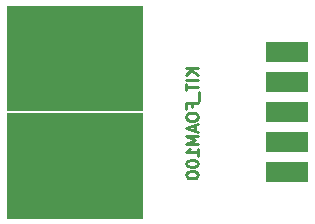
<source format=gbr>
G04 #@! TF.GenerationSoftware,KiCad,Pcbnew,(5.0.0)*
G04 #@! TF.CreationDate,2019-03-13T17:39:27+01:00*
G04 #@! TF.ProjectId,foam_cutting,666F616D5F63757474696E672E6B6963,100A*
G04 #@! TF.SameCoordinates,Original*
G04 #@! TF.FileFunction,Soldermask,Bot*
G04 #@! TF.FilePolarity,Negative*
%FSLAX46Y46*%
G04 Gerber Fmt 4.6, Leading zero omitted, Abs format (unit mm)*
G04 Created by KiCad (PCBNEW (5.0.0)) date 03/13/19 17:39:27*
%MOMM*%
%LPD*%
G01*
G04 APERTURE LIST*
%ADD10C,0.250000*%
%ADD11R,6.240000X4.740000*%
%ADD12R,5.740000X4.740000*%
%ADD13R,3.540000X1.740000*%
G04 APERTURE END LIST*
D10*
X137802380Y-59207142D02*
X136802380Y-59207142D01*
X137802380Y-59778571D02*
X137230952Y-59350000D01*
X136802380Y-59778571D02*
X137373809Y-59207142D01*
X137802380Y-60207142D02*
X136802380Y-60207142D01*
X136802380Y-60540476D02*
X136802380Y-61111904D01*
X137802380Y-60826190D02*
X136802380Y-60826190D01*
X137897619Y-61207142D02*
X137897619Y-61969047D01*
X137278571Y-62540476D02*
X137278571Y-62207142D01*
X137802380Y-62207142D02*
X136802380Y-62207142D01*
X136802380Y-62683333D01*
X136802380Y-63254761D02*
X136802380Y-63445238D01*
X136850000Y-63540476D01*
X136945238Y-63635714D01*
X137135714Y-63683333D01*
X137469047Y-63683333D01*
X137659523Y-63635714D01*
X137754761Y-63540476D01*
X137802380Y-63445238D01*
X137802380Y-63254761D01*
X137754761Y-63159523D01*
X137659523Y-63064285D01*
X137469047Y-63016666D01*
X137135714Y-63016666D01*
X136945238Y-63064285D01*
X136850000Y-63159523D01*
X136802380Y-63254761D01*
X137516666Y-64064285D02*
X137516666Y-64540476D01*
X137802380Y-63969047D02*
X136802380Y-64302380D01*
X137802380Y-64635714D01*
X137802380Y-64969047D02*
X136802380Y-64969047D01*
X137516666Y-65302380D01*
X136802380Y-65635714D01*
X137802380Y-65635714D01*
X137802380Y-66635714D02*
X137802380Y-66064285D01*
X137802380Y-66350000D02*
X136802380Y-66350000D01*
X136945238Y-66254761D01*
X137040476Y-66159523D01*
X137088095Y-66064285D01*
X136802380Y-67254761D02*
X136802380Y-67350000D01*
X136850000Y-67445238D01*
X136897619Y-67492857D01*
X136992857Y-67540476D01*
X137183333Y-67588095D01*
X137421428Y-67588095D01*
X137611904Y-67540476D01*
X137707142Y-67492857D01*
X137754761Y-67445238D01*
X137802380Y-67350000D01*
X137802380Y-67254761D01*
X137754761Y-67159523D01*
X137707142Y-67111904D01*
X137611904Y-67064285D01*
X137421428Y-67016666D01*
X137183333Y-67016666D01*
X136992857Y-67064285D01*
X136897619Y-67111904D01*
X136850000Y-67159523D01*
X136802380Y-67254761D01*
X136802380Y-68207142D02*
X136802380Y-68302380D01*
X136850000Y-68397619D01*
X136897619Y-68445238D01*
X136992857Y-68492857D01*
X137183333Y-68540476D01*
X137421428Y-68540476D01*
X137611904Y-68492857D01*
X137707142Y-68445238D01*
X137754761Y-68397619D01*
X137802380Y-68302380D01*
X137802380Y-68207142D01*
X137754761Y-68111904D01*
X137707142Y-68064285D01*
X137611904Y-68016666D01*
X137421428Y-67969047D01*
X137183333Y-67969047D01*
X136992857Y-68016666D01*
X136897619Y-68064285D01*
X136850000Y-68111904D01*
X136802380Y-68207142D01*
D11*
G04 #@! TO.C,J1*
X124800000Y-56300000D03*
D12*
X130300000Y-56300000D03*
D11*
X124790000Y-60500000D03*
D12*
X130300000Y-60500000D03*
D11*
X124800000Y-65410000D03*
D12*
X130300000Y-65410000D03*
X130290000Y-69600000D03*
D11*
X124800000Y-69590000D03*
G04 #@! TD*
D13*
G04 #@! TO.C,J2*
X145300000Y-68050000D03*
X145300000Y-65500000D03*
X145300000Y-62950000D03*
X145300000Y-60400000D03*
X145300000Y-57850000D03*
G04 #@! TD*
M02*

</source>
